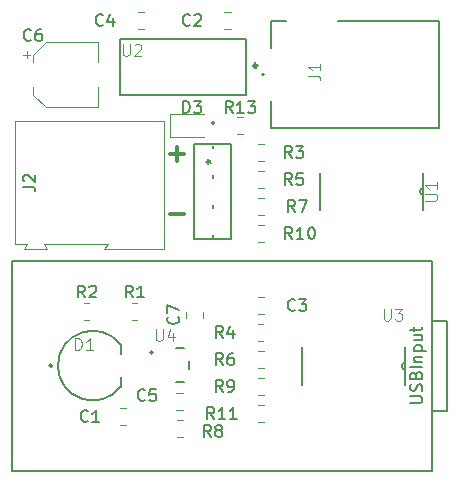
<source format=gbr>
%TF.GenerationSoftware,KiCad,Pcbnew,(5.1.8-0-10_14)*%
%TF.CreationDate,2020-12-27T09:30:55+11:00*%
%TF.ProjectId,Open-JIP(KiCad)_T3.2,4f70656e-2d4a-4495-9028-4b6943616429,rev?*%
%TF.SameCoordinates,Original*%
%TF.FileFunction,Legend,Top*%
%TF.FilePolarity,Positive*%
%FSLAX46Y46*%
G04 Gerber Fmt 4.6, Leading zero omitted, Abs format (unit mm)*
G04 Created by KiCad (PCBNEW (5.1.8-0-10_14)) date 2020-12-27 09:30:55*
%MOMM*%
%LPD*%
G01*
G04 APERTURE LIST*
%ADD10C,0.300000*%
%ADD11C,0.150000*%
%ADD12C,0.120000*%
%ADD13C,0.152400*%
%ADD14C,0.127000*%
%ADD15C,0.200000*%
%ADD16C,0.100000*%
G04 APERTURE END LIST*
D10*
X115506571Y-51161142D02*
X116649428Y-51161142D01*
X115506571Y-46081142D02*
X116649428Y-46081142D01*
X116078000Y-46652571D02*
X116078000Y-45509714D01*
D11*
%TO.C,U5*%
X137668000Y-55118000D02*
X137668000Y-72898000D01*
X102108000Y-55118000D02*
X137668000Y-55118000D01*
X102108000Y-72898000D02*
X102108000Y-55118000D01*
X137668000Y-72898000D02*
X102108000Y-72898000D01*
X138938000Y-67818000D02*
X137668000Y-67818000D01*
X138938000Y-60198000D02*
X138938000Y-67818000D01*
X137668000Y-60198000D02*
X138938000Y-60198000D01*
D12*
%TO.C,C1*%
X111266248Y-67591000D02*
X111788752Y-67591000D01*
X111266248Y-69061000D02*
X111788752Y-69061000D01*
%TO.C,C2*%
X120113248Y-34063000D02*
X120635752Y-34063000D01*
X120113248Y-35533000D02*
X120635752Y-35533000D01*
%TO.C,C3*%
X122950248Y-59663000D02*
X123472752Y-59663000D01*
X122950248Y-58193000D02*
X123472752Y-58193000D01*
%TO.C,C4*%
X112768748Y-35533000D02*
X113291252Y-35533000D01*
X112768748Y-34063000D02*
X113291252Y-34063000D01*
%TO.C,C5*%
X116049248Y-66321000D02*
X116571752Y-66321000D01*
X116049248Y-67791000D02*
X116571752Y-67791000D01*
%TO.C,C6*%
X103367500Y-37372500D02*
X103367500Y-37997500D01*
X103055000Y-37685000D02*
X103680000Y-37685000D01*
X103920000Y-41065563D02*
X104984437Y-42130000D01*
X103920000Y-37674437D02*
X104984437Y-36610000D01*
X103920000Y-37674437D02*
X103920000Y-38310000D01*
X103920000Y-41065563D02*
X103920000Y-40430000D01*
X104984437Y-42130000D02*
X109440000Y-42130000D01*
X104984437Y-36610000D02*
X109440000Y-36610000D01*
X109440000Y-36610000D02*
X109440000Y-38310000D01*
X109440000Y-42130000D02*
X109440000Y-40430000D01*
%TO.C,C7*%
X116867000Y-59428748D02*
X116867000Y-59951252D01*
X118337000Y-59428748D02*
X118337000Y-59951252D01*
D13*
%TO.C,CR1*%
X119253000Y-43472100D02*
G75*
G03*
X119253000Y-43472100I-127000J0D01*
G01*
X119176800Y-52973125D02*
X119176800Y-53174900D01*
X119176800Y-50433125D02*
X119176800Y-50658875D01*
X119176800Y-47894240D02*
X119176800Y-48118875D01*
X120700800Y-45250100D02*
X117551200Y-45250100D01*
X120700800Y-53301900D02*
X120700800Y-45250100D01*
X117551200Y-53301900D02*
X120700800Y-53301900D01*
X117551200Y-45250100D02*
X117551200Y-53301900D01*
X119176800Y-45377100D02*
X119176800Y-45577760D01*
D14*
%TO.C,D1*%
X111316000Y-65008000D02*
X111316000Y-65778000D01*
X111316000Y-62238000D02*
X111316000Y-63008000D01*
D15*
X105549178Y-64028000D02*
G75*
G03*
X105549178Y-64028000I-143178J0D01*
G01*
D14*
X111316000Y-62238000D02*
G75*
G03*
X111316000Y-65778000I-2359991J-1770000D01*
G01*
D12*
%TO.C,D3*%
X115479000Y-44648000D02*
X118339000Y-44648000D01*
X115479000Y-42728000D02*
X115479000Y-44648000D01*
X118339000Y-42728000D02*
X115479000Y-42728000D01*
D15*
%TO.C,J1*%
X123458000Y-39370000D02*
G75*
G03*
X123458000Y-39370000I-100000J0D01*
G01*
D14*
X124058000Y-34870000D02*
X125288000Y-34870000D01*
X124058000Y-37150000D02*
X124058000Y-34870000D01*
X138248000Y-34870000D02*
X129728000Y-34870000D01*
X138248000Y-43870000D02*
X138248000Y-34870000D01*
X124058000Y-43870000D02*
X138248000Y-43870000D01*
X124058000Y-41590000D02*
X124058000Y-43870000D01*
D12*
%TO.C,J2*%
X115012000Y-54174000D02*
X115012000Y-43324000D01*
X109912000Y-54174000D02*
X115012000Y-54174000D01*
X110212000Y-53674000D02*
X109912000Y-54174000D01*
X104812000Y-53674000D02*
X110212000Y-53674000D01*
X105062000Y-54174000D02*
X104812000Y-53674000D01*
X105012000Y-54174000D02*
X105062000Y-54174000D01*
X103112000Y-54174000D02*
X105012000Y-54174000D01*
X103362000Y-53674000D02*
X103112000Y-54174000D01*
X102412000Y-53674000D02*
X103362000Y-53674000D01*
X102412000Y-43324000D02*
X102412000Y-53674000D01*
X115012000Y-43324000D02*
X102412000Y-43324000D01*
%TO.C,R1*%
X112294936Y-58701000D02*
X112749064Y-58701000D01*
X112294936Y-60171000D02*
X112749064Y-60171000D01*
%TO.C,R2*%
X108230936Y-60171000D02*
X108685064Y-60171000D01*
X108230936Y-58701000D02*
X108685064Y-58701000D01*
%TO.C,R3*%
X122978936Y-46709000D02*
X123433064Y-46709000D01*
X122978936Y-45239000D02*
X123433064Y-45239000D01*
%TO.C,R4*%
X122962936Y-60479000D02*
X123417064Y-60479000D01*
X122962936Y-61949000D02*
X123417064Y-61949000D01*
%TO.C,R5*%
X122978936Y-47525000D02*
X123433064Y-47525000D01*
X122978936Y-48995000D02*
X123433064Y-48995000D01*
%TO.C,R6*%
X122978936Y-64235000D02*
X123433064Y-64235000D01*
X122978936Y-62765000D02*
X123433064Y-62765000D01*
%TO.C,R7*%
X122978936Y-49811000D02*
X123433064Y-49811000D01*
X122978936Y-51281000D02*
X123433064Y-51281000D01*
%TO.C,R8*%
X116120936Y-70077000D02*
X116575064Y-70077000D01*
X116120936Y-68607000D02*
X116575064Y-68607000D01*
%TO.C,R9*%
X122978936Y-65051000D02*
X123433064Y-65051000D01*
X122978936Y-66521000D02*
X123433064Y-66521000D01*
%TO.C,R10*%
X122978936Y-53567000D02*
X123433064Y-53567000D01*
X122978936Y-52097000D02*
X123433064Y-52097000D01*
%TO.C,R11*%
X122978936Y-68807000D02*
X123433064Y-68807000D01*
X122978936Y-67337000D02*
X123433064Y-67337000D01*
%TO.C,R13*%
X121655064Y-44423000D02*
X121200936Y-44423000D01*
X121655064Y-42953000D02*
X121200936Y-42953000D01*
D13*
%TO.C,U1*%
X136956800Y-48971200D02*
X136956800Y-47675800D01*
X136956800Y-49580800D02*
X136956800Y-48971200D01*
X136956800Y-50876200D02*
X136956800Y-49580800D01*
X128219200Y-47675800D02*
X128219200Y-50876200D01*
X136956800Y-49580800D02*
G75*
G02*
X136956800Y-48971200I0J304800D01*
G01*
D10*
%TO.C,U2*%
X122867419Y-38608000D02*
G75*
G03*
X122867419Y-38608000I-141419J0D01*
G01*
D14*
X111246000Y-36388000D02*
X121926000Y-36388000D01*
X121926000Y-36388000D02*
X121926000Y-41088000D01*
X111246000Y-41088000D02*
X111246000Y-36388000D01*
X121926000Y-41088000D02*
X111246000Y-41088000D01*
D13*
%TO.C,U3*%
X126695200Y-62458600D02*
X126695200Y-65659000D01*
X135432800Y-65659000D02*
X135432800Y-64363600D01*
X135432800Y-64363600D02*
X135432800Y-63754000D01*
X135432800Y-63754000D02*
X135432800Y-62458600D01*
X135432800Y-64363600D02*
G75*
G02*
X135432800Y-63754000I0J304800D01*
G01*
D14*
%TO.C,U4*%
X116677000Y-65392000D02*
X116017000Y-65392000D01*
X117147000Y-63607000D02*
X117147000Y-64277000D01*
X116017000Y-62492000D02*
X116677000Y-62492000D01*
D15*
X114037000Y-62892000D02*
G75*
G03*
X114037000Y-62892000I-100000J0D01*
G01*
%TO.C,U5*%
D11*
X135850380Y-67150857D02*
X136659904Y-67150857D01*
X136755142Y-67103238D01*
X136802761Y-67055619D01*
X136850380Y-66960380D01*
X136850380Y-66769904D01*
X136802761Y-66674666D01*
X136755142Y-66627047D01*
X136659904Y-66579428D01*
X135850380Y-66579428D01*
X136802761Y-66150857D02*
X136850380Y-66008000D01*
X136850380Y-65769904D01*
X136802761Y-65674666D01*
X136755142Y-65627047D01*
X136659904Y-65579428D01*
X136564666Y-65579428D01*
X136469428Y-65627047D01*
X136421809Y-65674666D01*
X136374190Y-65769904D01*
X136326571Y-65960380D01*
X136278952Y-66055619D01*
X136231333Y-66103238D01*
X136136095Y-66150857D01*
X136040857Y-66150857D01*
X135945619Y-66103238D01*
X135898000Y-66055619D01*
X135850380Y-65960380D01*
X135850380Y-65722285D01*
X135898000Y-65579428D01*
X136326571Y-64817523D02*
X136374190Y-64674666D01*
X136421809Y-64627047D01*
X136517047Y-64579428D01*
X136659904Y-64579428D01*
X136755142Y-64627047D01*
X136802761Y-64674666D01*
X136850380Y-64769904D01*
X136850380Y-65150857D01*
X135850380Y-65150857D01*
X135850380Y-64817523D01*
X135898000Y-64722285D01*
X135945619Y-64674666D01*
X136040857Y-64627047D01*
X136136095Y-64627047D01*
X136231333Y-64674666D01*
X136278952Y-64722285D01*
X136326571Y-64817523D01*
X136326571Y-65150857D01*
X136850380Y-64150857D02*
X135850380Y-64150857D01*
X136183714Y-63674666D02*
X136850380Y-63674666D01*
X136278952Y-63674666D02*
X136231333Y-63627047D01*
X136183714Y-63531809D01*
X136183714Y-63388952D01*
X136231333Y-63293714D01*
X136326571Y-63246095D01*
X136850380Y-63246095D01*
X136183714Y-62769904D02*
X137183714Y-62769904D01*
X136231333Y-62769904D02*
X136183714Y-62674666D01*
X136183714Y-62484190D01*
X136231333Y-62388952D01*
X136278952Y-62341333D01*
X136374190Y-62293714D01*
X136659904Y-62293714D01*
X136755142Y-62341333D01*
X136802761Y-62388952D01*
X136850380Y-62484190D01*
X136850380Y-62674666D01*
X136802761Y-62769904D01*
X136183714Y-61436571D02*
X136850380Y-61436571D01*
X136183714Y-61865142D02*
X136707523Y-61865142D01*
X136802761Y-61817523D01*
X136850380Y-61722285D01*
X136850380Y-61579428D01*
X136802761Y-61484190D01*
X136755142Y-61436571D01*
X136183714Y-61103238D02*
X136183714Y-60722285D01*
X135850380Y-60960380D02*
X136707523Y-60960380D01*
X136802761Y-60912761D01*
X136850380Y-60817523D01*
X136850380Y-60722285D01*
%TO.C,C1*%
X108545333Y-68683142D02*
X108497714Y-68730761D01*
X108354857Y-68778380D01*
X108259619Y-68778380D01*
X108116761Y-68730761D01*
X108021523Y-68635523D01*
X107973904Y-68540285D01*
X107926285Y-68349809D01*
X107926285Y-68206952D01*
X107973904Y-68016476D01*
X108021523Y-67921238D01*
X108116761Y-67826000D01*
X108259619Y-67778380D01*
X108354857Y-67778380D01*
X108497714Y-67826000D01*
X108545333Y-67873619D01*
X109497714Y-68778380D02*
X108926285Y-68778380D01*
X109212000Y-68778380D02*
X109212000Y-67778380D01*
X109116761Y-67921238D01*
X109021523Y-68016476D01*
X108926285Y-68064095D01*
%TO.C,C2*%
X117181333Y-35155142D02*
X117133714Y-35202761D01*
X116990857Y-35250380D01*
X116895619Y-35250380D01*
X116752761Y-35202761D01*
X116657523Y-35107523D01*
X116609904Y-35012285D01*
X116562285Y-34821809D01*
X116562285Y-34678952D01*
X116609904Y-34488476D01*
X116657523Y-34393238D01*
X116752761Y-34298000D01*
X116895619Y-34250380D01*
X116990857Y-34250380D01*
X117133714Y-34298000D01*
X117181333Y-34345619D01*
X117562285Y-34345619D02*
X117609904Y-34298000D01*
X117705142Y-34250380D01*
X117943238Y-34250380D01*
X118038476Y-34298000D01*
X118086095Y-34345619D01*
X118133714Y-34440857D01*
X118133714Y-34536095D01*
X118086095Y-34678952D01*
X117514666Y-35250380D01*
X118133714Y-35250380D01*
%TO.C,C3*%
X126092833Y-59285142D02*
X126045214Y-59332761D01*
X125902357Y-59380380D01*
X125807119Y-59380380D01*
X125664261Y-59332761D01*
X125569023Y-59237523D01*
X125521404Y-59142285D01*
X125473785Y-58951809D01*
X125473785Y-58808952D01*
X125521404Y-58618476D01*
X125569023Y-58523238D01*
X125664261Y-58428000D01*
X125807119Y-58380380D01*
X125902357Y-58380380D01*
X126045214Y-58428000D01*
X126092833Y-58475619D01*
X126426166Y-58380380D02*
X127045214Y-58380380D01*
X126711880Y-58761333D01*
X126854738Y-58761333D01*
X126949976Y-58808952D01*
X126997595Y-58856571D01*
X127045214Y-58951809D01*
X127045214Y-59189904D01*
X126997595Y-59285142D01*
X126949976Y-59332761D01*
X126854738Y-59380380D01*
X126569023Y-59380380D01*
X126473785Y-59332761D01*
X126426166Y-59285142D01*
%TO.C,C4*%
X109815333Y-35155142D02*
X109767714Y-35202761D01*
X109624857Y-35250380D01*
X109529619Y-35250380D01*
X109386761Y-35202761D01*
X109291523Y-35107523D01*
X109243904Y-35012285D01*
X109196285Y-34821809D01*
X109196285Y-34678952D01*
X109243904Y-34488476D01*
X109291523Y-34393238D01*
X109386761Y-34298000D01*
X109529619Y-34250380D01*
X109624857Y-34250380D01*
X109767714Y-34298000D01*
X109815333Y-34345619D01*
X110672476Y-34583714D02*
X110672476Y-35250380D01*
X110434380Y-34202761D02*
X110196285Y-34917047D01*
X110815333Y-34917047D01*
%TO.C,C5*%
X113371333Y-66905142D02*
X113323714Y-66952761D01*
X113180857Y-67000380D01*
X113085619Y-67000380D01*
X112942761Y-66952761D01*
X112847523Y-66857523D01*
X112799904Y-66762285D01*
X112752285Y-66571809D01*
X112752285Y-66428952D01*
X112799904Y-66238476D01*
X112847523Y-66143238D01*
X112942761Y-66048000D01*
X113085619Y-66000380D01*
X113180857Y-66000380D01*
X113323714Y-66048000D01*
X113371333Y-66095619D01*
X114276095Y-66000380D02*
X113799904Y-66000380D01*
X113752285Y-66476571D01*
X113799904Y-66428952D01*
X113895142Y-66381333D01*
X114133238Y-66381333D01*
X114228476Y-66428952D01*
X114276095Y-66476571D01*
X114323714Y-66571809D01*
X114323714Y-66809904D01*
X114276095Y-66905142D01*
X114228476Y-66952761D01*
X114133238Y-67000380D01*
X113895142Y-67000380D01*
X113799904Y-66952761D01*
X113752285Y-66905142D01*
%TO.C,C6*%
X103719333Y-36425142D02*
X103671714Y-36472761D01*
X103528857Y-36520380D01*
X103433619Y-36520380D01*
X103290761Y-36472761D01*
X103195523Y-36377523D01*
X103147904Y-36282285D01*
X103100285Y-36091809D01*
X103100285Y-35948952D01*
X103147904Y-35758476D01*
X103195523Y-35663238D01*
X103290761Y-35568000D01*
X103433619Y-35520380D01*
X103528857Y-35520380D01*
X103671714Y-35568000D01*
X103719333Y-35615619D01*
X104576476Y-35520380D02*
X104386000Y-35520380D01*
X104290761Y-35568000D01*
X104243142Y-35615619D01*
X104147904Y-35758476D01*
X104100285Y-35948952D01*
X104100285Y-36329904D01*
X104147904Y-36425142D01*
X104195523Y-36472761D01*
X104290761Y-36520380D01*
X104481238Y-36520380D01*
X104576476Y-36472761D01*
X104624095Y-36425142D01*
X104671714Y-36329904D01*
X104671714Y-36091809D01*
X104624095Y-35996571D01*
X104576476Y-35948952D01*
X104481238Y-35901333D01*
X104290761Y-35901333D01*
X104195523Y-35948952D01*
X104147904Y-35996571D01*
X104100285Y-36091809D01*
%TO.C,C7*%
X116181142Y-59856666D02*
X116228761Y-59904285D01*
X116276380Y-60047142D01*
X116276380Y-60142380D01*
X116228761Y-60285238D01*
X116133523Y-60380476D01*
X116038285Y-60428095D01*
X115847809Y-60475714D01*
X115704952Y-60475714D01*
X115514476Y-60428095D01*
X115419238Y-60380476D01*
X115324000Y-60285238D01*
X115276380Y-60142380D01*
X115276380Y-60047142D01*
X115324000Y-59904285D01*
X115371619Y-59856666D01*
X115276380Y-59523333D02*
X115276380Y-58856666D01*
X116276380Y-59285238D01*
%TO.C,CR1*%
X118578380Y-46736000D02*
X118816476Y-46736000D01*
X118721238Y-46974095D02*
X118816476Y-46736000D01*
X118721238Y-46497904D01*
X119006952Y-46878857D02*
X118816476Y-46736000D01*
X119006952Y-46593142D01*
%TO.C,D1*%
D16*
X107465904Y-62682380D02*
X107465904Y-61682380D01*
X107704000Y-61682380D01*
X107846857Y-61730000D01*
X107942095Y-61825238D01*
X107989714Y-61920476D01*
X108037333Y-62110952D01*
X108037333Y-62253809D01*
X107989714Y-62444285D01*
X107942095Y-62539523D01*
X107846857Y-62634761D01*
X107704000Y-62682380D01*
X107465904Y-62682380D01*
X108989714Y-62682380D02*
X108418285Y-62682380D01*
X108704000Y-62682380D02*
X108704000Y-61682380D01*
X108608761Y-61825238D01*
X108513523Y-61920476D01*
X108418285Y-61968095D01*
%TO.C,D3*%
D11*
X116609904Y-42616380D02*
X116609904Y-41616380D01*
X116848000Y-41616380D01*
X116990857Y-41664000D01*
X117086095Y-41759238D01*
X117133714Y-41854476D01*
X117181333Y-42044952D01*
X117181333Y-42187809D01*
X117133714Y-42378285D01*
X117086095Y-42473523D01*
X116990857Y-42568761D01*
X116848000Y-42616380D01*
X116609904Y-42616380D01*
X117514666Y-41616380D02*
X118133714Y-41616380D01*
X117800380Y-41997333D01*
X117943238Y-41997333D01*
X118038476Y-42044952D01*
X118086095Y-42092571D01*
X118133714Y-42187809D01*
X118133714Y-42425904D01*
X118086095Y-42521142D01*
X118038476Y-42568761D01*
X117943238Y-42616380D01*
X117657523Y-42616380D01*
X117562285Y-42568761D01*
X117514666Y-42521142D01*
%TO.C,J1*%
D16*
X127214380Y-39449333D02*
X127928666Y-39449333D01*
X128071523Y-39496952D01*
X128166761Y-39592190D01*
X128214380Y-39735047D01*
X128214380Y-39830285D01*
X128214380Y-38449333D02*
X128214380Y-39020761D01*
X128214380Y-38735047D02*
X127214380Y-38735047D01*
X127357238Y-38830285D01*
X127452476Y-38925523D01*
X127500095Y-39020761D01*
%TO.C,J2*%
D11*
X103084380Y-48847333D02*
X103798666Y-48847333D01*
X103941523Y-48894952D01*
X104036761Y-48990190D01*
X104084380Y-49133047D01*
X104084380Y-49228285D01*
X103179619Y-48418761D02*
X103132000Y-48371142D01*
X103084380Y-48275904D01*
X103084380Y-48037809D01*
X103132000Y-47942571D01*
X103179619Y-47894952D01*
X103274857Y-47847333D01*
X103370095Y-47847333D01*
X103512952Y-47894952D01*
X104084380Y-48466380D01*
X104084380Y-47847333D01*
%TO.C,R1*%
X112355333Y-58238380D02*
X112022000Y-57762190D01*
X111783904Y-58238380D02*
X111783904Y-57238380D01*
X112164857Y-57238380D01*
X112260095Y-57286000D01*
X112307714Y-57333619D01*
X112355333Y-57428857D01*
X112355333Y-57571714D01*
X112307714Y-57666952D01*
X112260095Y-57714571D01*
X112164857Y-57762190D01*
X111783904Y-57762190D01*
X113307714Y-58238380D02*
X112736285Y-58238380D01*
X113022000Y-58238380D02*
X113022000Y-57238380D01*
X112926761Y-57381238D01*
X112831523Y-57476476D01*
X112736285Y-57524095D01*
%TO.C,R2*%
X108291333Y-58238380D02*
X107958000Y-57762190D01*
X107719904Y-58238380D02*
X107719904Y-57238380D01*
X108100857Y-57238380D01*
X108196095Y-57286000D01*
X108243714Y-57333619D01*
X108291333Y-57428857D01*
X108291333Y-57571714D01*
X108243714Y-57666952D01*
X108196095Y-57714571D01*
X108100857Y-57762190D01*
X107719904Y-57762190D01*
X108672285Y-57333619D02*
X108719904Y-57286000D01*
X108815142Y-57238380D01*
X109053238Y-57238380D01*
X109148476Y-57286000D01*
X109196095Y-57333619D01*
X109243714Y-57428857D01*
X109243714Y-57524095D01*
X109196095Y-57666952D01*
X108624666Y-58238380D01*
X109243714Y-58238380D01*
%TO.C,R3*%
X125817333Y-46426380D02*
X125484000Y-45950190D01*
X125245904Y-46426380D02*
X125245904Y-45426380D01*
X125626857Y-45426380D01*
X125722095Y-45474000D01*
X125769714Y-45521619D01*
X125817333Y-45616857D01*
X125817333Y-45759714D01*
X125769714Y-45854952D01*
X125722095Y-45902571D01*
X125626857Y-45950190D01*
X125245904Y-45950190D01*
X126150666Y-45426380D02*
X126769714Y-45426380D01*
X126436380Y-45807333D01*
X126579238Y-45807333D01*
X126674476Y-45854952D01*
X126722095Y-45902571D01*
X126769714Y-45997809D01*
X126769714Y-46235904D01*
X126722095Y-46331142D01*
X126674476Y-46378761D01*
X126579238Y-46426380D01*
X126293523Y-46426380D01*
X126198285Y-46378761D01*
X126150666Y-46331142D01*
%TO.C,R4*%
X119975333Y-61666380D02*
X119642000Y-61190190D01*
X119403904Y-61666380D02*
X119403904Y-60666380D01*
X119784857Y-60666380D01*
X119880095Y-60714000D01*
X119927714Y-60761619D01*
X119975333Y-60856857D01*
X119975333Y-60999714D01*
X119927714Y-61094952D01*
X119880095Y-61142571D01*
X119784857Y-61190190D01*
X119403904Y-61190190D01*
X120832476Y-60999714D02*
X120832476Y-61666380D01*
X120594380Y-60618761D02*
X120356285Y-61333047D01*
X120975333Y-61333047D01*
%TO.C,R5*%
X125817333Y-48712380D02*
X125484000Y-48236190D01*
X125245904Y-48712380D02*
X125245904Y-47712380D01*
X125626857Y-47712380D01*
X125722095Y-47760000D01*
X125769714Y-47807619D01*
X125817333Y-47902857D01*
X125817333Y-48045714D01*
X125769714Y-48140952D01*
X125722095Y-48188571D01*
X125626857Y-48236190D01*
X125245904Y-48236190D01*
X126722095Y-47712380D02*
X126245904Y-47712380D01*
X126198285Y-48188571D01*
X126245904Y-48140952D01*
X126341142Y-48093333D01*
X126579238Y-48093333D01*
X126674476Y-48140952D01*
X126722095Y-48188571D01*
X126769714Y-48283809D01*
X126769714Y-48521904D01*
X126722095Y-48617142D01*
X126674476Y-48664761D01*
X126579238Y-48712380D01*
X126341142Y-48712380D01*
X126245904Y-48664761D01*
X126198285Y-48617142D01*
%TO.C,R6*%
X119975333Y-63952380D02*
X119642000Y-63476190D01*
X119403904Y-63952380D02*
X119403904Y-62952380D01*
X119784857Y-62952380D01*
X119880095Y-63000000D01*
X119927714Y-63047619D01*
X119975333Y-63142857D01*
X119975333Y-63285714D01*
X119927714Y-63380952D01*
X119880095Y-63428571D01*
X119784857Y-63476190D01*
X119403904Y-63476190D01*
X120832476Y-62952380D02*
X120642000Y-62952380D01*
X120546761Y-63000000D01*
X120499142Y-63047619D01*
X120403904Y-63190476D01*
X120356285Y-63380952D01*
X120356285Y-63761904D01*
X120403904Y-63857142D01*
X120451523Y-63904761D01*
X120546761Y-63952380D01*
X120737238Y-63952380D01*
X120832476Y-63904761D01*
X120880095Y-63857142D01*
X120927714Y-63761904D01*
X120927714Y-63523809D01*
X120880095Y-63428571D01*
X120832476Y-63380952D01*
X120737238Y-63333333D01*
X120546761Y-63333333D01*
X120451523Y-63380952D01*
X120403904Y-63428571D01*
X120356285Y-63523809D01*
%TO.C,R7*%
X126071333Y-50998380D02*
X125738000Y-50522190D01*
X125499904Y-50998380D02*
X125499904Y-49998380D01*
X125880857Y-49998380D01*
X125976095Y-50046000D01*
X126023714Y-50093619D01*
X126071333Y-50188857D01*
X126071333Y-50331714D01*
X126023714Y-50426952D01*
X125976095Y-50474571D01*
X125880857Y-50522190D01*
X125499904Y-50522190D01*
X126404666Y-49998380D02*
X127071333Y-49998380D01*
X126642761Y-50998380D01*
%TO.C,R8*%
X118959333Y-70048380D02*
X118626000Y-69572190D01*
X118387904Y-70048380D02*
X118387904Y-69048380D01*
X118768857Y-69048380D01*
X118864095Y-69096000D01*
X118911714Y-69143619D01*
X118959333Y-69238857D01*
X118959333Y-69381714D01*
X118911714Y-69476952D01*
X118864095Y-69524571D01*
X118768857Y-69572190D01*
X118387904Y-69572190D01*
X119530761Y-69476952D02*
X119435523Y-69429333D01*
X119387904Y-69381714D01*
X119340285Y-69286476D01*
X119340285Y-69238857D01*
X119387904Y-69143619D01*
X119435523Y-69096000D01*
X119530761Y-69048380D01*
X119721238Y-69048380D01*
X119816476Y-69096000D01*
X119864095Y-69143619D01*
X119911714Y-69238857D01*
X119911714Y-69286476D01*
X119864095Y-69381714D01*
X119816476Y-69429333D01*
X119721238Y-69476952D01*
X119530761Y-69476952D01*
X119435523Y-69524571D01*
X119387904Y-69572190D01*
X119340285Y-69667428D01*
X119340285Y-69857904D01*
X119387904Y-69953142D01*
X119435523Y-70000761D01*
X119530761Y-70048380D01*
X119721238Y-70048380D01*
X119816476Y-70000761D01*
X119864095Y-69953142D01*
X119911714Y-69857904D01*
X119911714Y-69667428D01*
X119864095Y-69572190D01*
X119816476Y-69524571D01*
X119721238Y-69476952D01*
%TO.C,R9*%
X119975333Y-66238380D02*
X119642000Y-65762190D01*
X119403904Y-66238380D02*
X119403904Y-65238380D01*
X119784857Y-65238380D01*
X119880095Y-65286000D01*
X119927714Y-65333619D01*
X119975333Y-65428857D01*
X119975333Y-65571714D01*
X119927714Y-65666952D01*
X119880095Y-65714571D01*
X119784857Y-65762190D01*
X119403904Y-65762190D01*
X120451523Y-66238380D02*
X120642000Y-66238380D01*
X120737238Y-66190761D01*
X120784857Y-66143142D01*
X120880095Y-66000285D01*
X120927714Y-65809809D01*
X120927714Y-65428857D01*
X120880095Y-65333619D01*
X120832476Y-65286000D01*
X120737238Y-65238380D01*
X120546761Y-65238380D01*
X120451523Y-65286000D01*
X120403904Y-65333619D01*
X120356285Y-65428857D01*
X120356285Y-65666952D01*
X120403904Y-65762190D01*
X120451523Y-65809809D01*
X120546761Y-65857428D01*
X120737238Y-65857428D01*
X120832476Y-65809809D01*
X120880095Y-65762190D01*
X120927714Y-65666952D01*
%TO.C,R10*%
X125849142Y-53284380D02*
X125515809Y-52808190D01*
X125277714Y-53284380D02*
X125277714Y-52284380D01*
X125658666Y-52284380D01*
X125753904Y-52332000D01*
X125801523Y-52379619D01*
X125849142Y-52474857D01*
X125849142Y-52617714D01*
X125801523Y-52712952D01*
X125753904Y-52760571D01*
X125658666Y-52808190D01*
X125277714Y-52808190D01*
X126801523Y-53284380D02*
X126230095Y-53284380D01*
X126515809Y-53284380D02*
X126515809Y-52284380D01*
X126420571Y-52427238D01*
X126325333Y-52522476D01*
X126230095Y-52570095D01*
X127420571Y-52284380D02*
X127515809Y-52284380D01*
X127611047Y-52332000D01*
X127658666Y-52379619D01*
X127706285Y-52474857D01*
X127753904Y-52665333D01*
X127753904Y-52903428D01*
X127706285Y-53093904D01*
X127658666Y-53189142D01*
X127611047Y-53236761D01*
X127515809Y-53284380D01*
X127420571Y-53284380D01*
X127325333Y-53236761D01*
X127277714Y-53189142D01*
X127230095Y-53093904D01*
X127182476Y-52903428D01*
X127182476Y-52665333D01*
X127230095Y-52474857D01*
X127277714Y-52379619D01*
X127325333Y-52332000D01*
X127420571Y-52284380D01*
%TO.C,R11*%
X119245142Y-68524380D02*
X118911809Y-68048190D01*
X118673714Y-68524380D02*
X118673714Y-67524380D01*
X119054666Y-67524380D01*
X119149904Y-67572000D01*
X119197523Y-67619619D01*
X119245142Y-67714857D01*
X119245142Y-67857714D01*
X119197523Y-67952952D01*
X119149904Y-68000571D01*
X119054666Y-68048190D01*
X118673714Y-68048190D01*
X120197523Y-68524380D02*
X119626095Y-68524380D01*
X119911809Y-68524380D02*
X119911809Y-67524380D01*
X119816571Y-67667238D01*
X119721333Y-67762476D01*
X119626095Y-67810095D01*
X121149904Y-68524380D02*
X120578476Y-68524380D01*
X120864190Y-68524380D02*
X120864190Y-67524380D01*
X120768952Y-67667238D01*
X120673714Y-67762476D01*
X120578476Y-67810095D01*
%TO.C,R13*%
X120801142Y-42616380D02*
X120467809Y-42140190D01*
X120229714Y-42616380D02*
X120229714Y-41616380D01*
X120610666Y-41616380D01*
X120705904Y-41664000D01*
X120753523Y-41711619D01*
X120801142Y-41806857D01*
X120801142Y-41949714D01*
X120753523Y-42044952D01*
X120705904Y-42092571D01*
X120610666Y-42140190D01*
X120229714Y-42140190D01*
X121753523Y-42616380D02*
X121182095Y-42616380D01*
X121467809Y-42616380D02*
X121467809Y-41616380D01*
X121372571Y-41759238D01*
X121277333Y-41854476D01*
X121182095Y-41902095D01*
X122086857Y-41616380D02*
X122705904Y-41616380D01*
X122372571Y-41997333D01*
X122515428Y-41997333D01*
X122610666Y-42044952D01*
X122658285Y-42092571D01*
X122705904Y-42187809D01*
X122705904Y-42425904D01*
X122658285Y-42521142D01*
X122610666Y-42568761D01*
X122515428Y-42616380D01*
X122229714Y-42616380D01*
X122134476Y-42568761D01*
X122086857Y-42521142D01*
%TO.C,U1*%
D16*
X137120380Y-50037904D02*
X137929904Y-50037904D01*
X138025142Y-49990285D01*
X138072761Y-49942666D01*
X138120380Y-49847428D01*
X138120380Y-49656952D01*
X138072761Y-49561714D01*
X138025142Y-49514095D01*
X137929904Y-49466476D01*
X137120380Y-49466476D01*
X138120380Y-48466476D02*
X138120380Y-49037904D01*
X138120380Y-48752190D02*
X137120380Y-48752190D01*
X137263238Y-48847428D01*
X137358476Y-48942666D01*
X137406095Y-49037904D01*
%TO.C,U2*%
X111506095Y-36790380D02*
X111506095Y-37599904D01*
X111553714Y-37695142D01*
X111601333Y-37742761D01*
X111696571Y-37790380D01*
X111887047Y-37790380D01*
X111982285Y-37742761D01*
X112029904Y-37695142D01*
X112077523Y-37599904D01*
X112077523Y-36790380D01*
X112506095Y-36885619D02*
X112553714Y-36838000D01*
X112648952Y-36790380D01*
X112887047Y-36790380D01*
X112982285Y-36838000D01*
X113029904Y-36885619D01*
X113077523Y-36980857D01*
X113077523Y-37076095D01*
X113029904Y-37218952D01*
X112458476Y-37790380D01*
X113077523Y-37790380D01*
%TO.C,U3*%
X133604095Y-59193180D02*
X133604095Y-60002704D01*
X133651714Y-60097942D01*
X133699333Y-60145561D01*
X133794571Y-60193180D01*
X133985047Y-60193180D01*
X134080285Y-60145561D01*
X134127904Y-60097942D01*
X134175523Y-60002704D01*
X134175523Y-59193180D01*
X134556476Y-59193180D02*
X135175523Y-59193180D01*
X134842190Y-59574133D01*
X134985047Y-59574133D01*
X135080285Y-59621752D01*
X135127904Y-59669371D01*
X135175523Y-59764609D01*
X135175523Y-60002704D01*
X135127904Y-60097942D01*
X135080285Y-60145561D01*
X134985047Y-60193180D01*
X134699333Y-60193180D01*
X134604095Y-60145561D01*
X134556476Y-60097942D01*
%TO.C,U4*%
X114300095Y-60920380D02*
X114300095Y-61729904D01*
X114347714Y-61825142D01*
X114395333Y-61872761D01*
X114490571Y-61920380D01*
X114681047Y-61920380D01*
X114776285Y-61872761D01*
X114823904Y-61825142D01*
X114871523Y-61729904D01*
X114871523Y-60920380D01*
X115776285Y-61253714D02*
X115776285Y-61920380D01*
X115538190Y-60872761D02*
X115300095Y-61587047D01*
X115919142Y-61587047D01*
%TD*%
M02*

</source>
